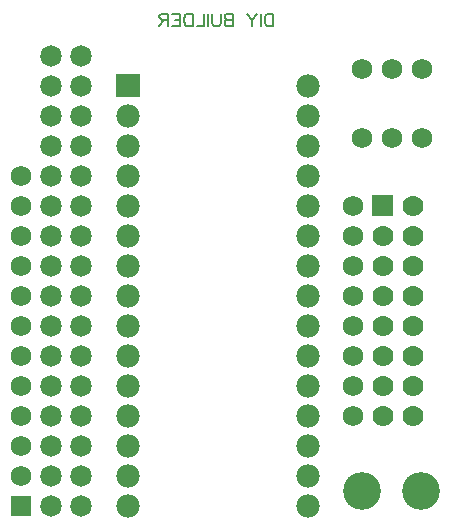
<source format=gbs>
G04 Layer: BottomSolderMaskLayer*
G04 EasyEDA v6.3.22, 2020-01-09T12:31:20+05:30*
G04 bd4f618bde3a4eb5865f35d396bc4457,11778fa6cc0c40cc9ad434e143376f4a,10*
G04 Gerber Generator version 0.2*
G04 Scale: 100 percent, Rotated: No, Reflected: No *
G04 Dimensions in inches *
G04 leading zeros omitted , absolute positions ,2 integer and 4 decimal *
%FSLAX24Y24*%
%MOIN*%
G90*
G70D02*

%ADD17C,0.070000*%
%ADD24C,0.006000*%
%ADD27C,0.068000*%
%ADD28R,0.070992X0.070992*%
%ADD29C,0.126110*%
%ADD31C,0.078000*%
%ADD32C,0.071937*%

%LPD*%
G54D24*
G01X10300Y18953D02*
G01X10300Y18525D01*
G01X10300Y18953D02*
G01X10156Y18953D01*
G01X10094Y18934D01*
G01X10055Y18892D01*
G01X10034Y18852D01*
G01X10014Y18790D01*
G01X10014Y18688D01*
G01X10034Y18627D01*
G01X10055Y18586D01*
G01X10094Y18544D01*
G01X10156Y18525D01*
G01X10300Y18525D01*
G01X9878Y18953D02*
G01X9878Y18525D01*
G01X9743Y18953D02*
G01X9580Y18750D01*
G01X9580Y18525D01*
G01X9415Y18953D02*
G01X9580Y18750D01*
G01X8965Y18953D02*
G01X8965Y18525D01*
G01X8965Y18953D02*
G01X8781Y18953D01*
G01X8721Y18934D01*
G01X8700Y18913D01*
G01X8680Y18871D01*
G01X8680Y18830D01*
G01X8700Y18790D01*
G01X8721Y18769D01*
G01X8781Y18750D01*
G01X8965Y18750D02*
G01X8781Y18750D01*
G01X8721Y18728D01*
G01X8700Y18709D01*
G01X8680Y18667D01*
G01X8680Y18605D01*
G01X8700Y18565D01*
G01X8721Y18544D01*
G01X8781Y18525D01*
G01X8965Y18525D01*
G01X8544Y18953D02*
G01X8544Y18646D01*
G01X8525Y18586D01*
G01X8484Y18544D01*
G01X8422Y18525D01*
G01X8381Y18525D01*
G01X8319Y18544D01*
G01X8278Y18586D01*
G01X8259Y18646D01*
G01X8259Y18953D01*
G01X8123Y18953D02*
G01X8123Y18525D01*
G01X7989Y18953D02*
G01X7989Y18525D01*
G01X7989Y18525D02*
G01X7743Y18525D01*
G01X7607Y18953D02*
G01X7607Y18525D01*
G01X7607Y18953D02*
G01X7464Y18953D01*
G01X7403Y18934D01*
G01X7363Y18892D01*
G01X7342Y18852D01*
G01X7322Y18790D01*
G01X7322Y18688D01*
G01X7342Y18627D01*
G01X7363Y18586D01*
G01X7403Y18544D01*
G01X7464Y18525D01*
G01X7607Y18525D01*
G01X7186Y18953D02*
G01X7186Y18525D01*
G01X7186Y18953D02*
G01X6921Y18953D01*
G01X7186Y18750D02*
G01X7022Y18750D01*
G01X7186Y18525D02*
G01X6921Y18525D01*
G01X6785Y18953D02*
G01X6785Y18525D01*
G01X6785Y18953D02*
G01X6602Y18953D01*
G01X6539Y18934D01*
G01X6519Y18913D01*
G01X6500Y18871D01*
G01X6500Y18830D01*
G01X6519Y18790D01*
G01X6539Y18769D01*
G01X6602Y18750D01*
G01X6785Y18750D01*
G01X6643Y18750D02*
G01X6500Y18525D01*
G54D27*
G01X1900Y4550D03*
G01X1900Y5550D03*
G01X1900Y6550D03*
G01X1900Y7550D03*
G01X1900Y8550D03*
G01X1900Y9550D03*
G01X1900Y10550D03*
G01X1900Y11550D03*
G01X1900Y12550D03*
G01X1900Y13550D03*
G01X13246Y17091D03*
G01X14250Y17091D03*
G01X15253Y17091D03*
G01X15253Y14808D03*
G01X14250Y14808D03*
G01X13246Y14808D03*
G01X12950Y5550D03*
G01X12950Y6550D03*
G01X12950Y7550D03*
G01X12950Y8550D03*
G01X12950Y9550D03*
G01X12950Y10550D03*
G01X12950Y11550D03*
G01X12950Y12550D03*
G54D28*
G01X1900Y2550D03*
G54D27*
G01X1900Y3550D03*
G54D29*
G01X13265Y3050D03*
G01X15234Y3050D03*
G36*
G01X5060Y16159D02*
G01X5060Y16940D01*
G01X5839Y16940D01*
G01X5839Y16159D01*
G01X5060Y16159D01*
G37*
G54D31*
G01X5450Y15550D03*
G01X5450Y14550D03*
G01X5450Y13550D03*
G01X5450Y12550D03*
G01X5450Y11550D03*
G01X5450Y10550D03*
G01X5450Y9550D03*
G01X5450Y8550D03*
G01X5450Y7550D03*
G01X5450Y6550D03*
G01X5450Y5550D03*
G01X5450Y4550D03*
G01X5450Y3550D03*
G01X5450Y2550D03*
G01X11450Y16550D03*
G01X11450Y15550D03*
G01X11450Y14550D03*
G01X11450Y13550D03*
G01X11450Y12550D03*
G01X11450Y11550D03*
G01X11450Y10550D03*
G01X11450Y9550D03*
G01X11450Y8550D03*
G01X11450Y7550D03*
G01X11450Y6550D03*
G01X11450Y5550D03*
G01X11450Y4550D03*
G01X11450Y3550D03*
G01X11450Y2550D03*
G54D17*
G01X14950Y5550D03*
G01X13950Y5550D03*
G01X14950Y6550D03*
G01X13950Y6550D03*
G01X14950Y7550D03*
G01X13950Y7550D03*
G01X14950Y8550D03*
G01X13950Y8550D03*
G01X14950Y9550D03*
G01X13950Y9550D03*
G01X14950Y10550D03*
G01X13950Y10550D03*
G01X14950Y11550D03*
G01X13950Y11550D03*
G01X14950Y12550D03*
G36*
G01X13600Y12200D02*
G01X13600Y12900D01*
G01X14300Y12900D01*
G01X14300Y12200D01*
G01X13600Y12200D01*
G37*
G54D32*
G01X3900Y2550D03*
G01X2900Y2550D03*
G01X3900Y3550D03*
G01X2900Y3550D03*
G01X3900Y4550D03*
G01X2900Y4550D03*
G01X3900Y5550D03*
G01X2900Y5550D03*
G01X3900Y6550D03*
G01X2900Y6550D03*
G01X3900Y7550D03*
G01X2900Y7550D03*
G01X3900Y8550D03*
G01X2900Y8550D03*
G01X3900Y9550D03*
G01X2900Y9550D03*
G01X3900Y10550D03*
G01X2900Y10550D03*
G01X3900Y11550D03*
G01X2900Y11550D03*
G01X3900Y12550D03*
G01X2900Y12550D03*
G01X3900Y13550D03*
G01X2900Y13550D03*
G01X3900Y14550D03*
G01X2900Y14550D03*
G01X3900Y15550D03*
G01X2900Y15550D03*
G01X3900Y16550D03*
G01X2900Y16550D03*
G01X3900Y17550D03*
G01X2900Y17550D03*
M00*
M02*

</source>
